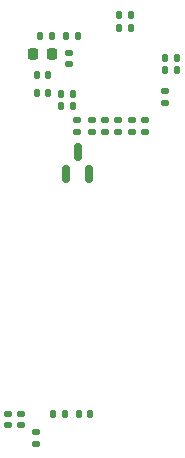
<source format=gbp>
%TF.GenerationSoftware,KiCad,Pcbnew,(6.0.6-0)*%
%TF.CreationDate,2023-01-17T18:34:31+00:00*%
%TF.ProjectId,max2871-evalboard,6d617832-3837-4312-9d65-76616c626f61,1.0*%
%TF.SameCoordinates,Original*%
%TF.FileFunction,Paste,Bot*%
%TF.FilePolarity,Positive*%
%FSLAX46Y46*%
G04 Gerber Fmt 4.6, Leading zero omitted, Abs format (unit mm)*
G04 Created by KiCad (PCBNEW (6.0.6-0)) date 2023-01-17 18:34:31*
%MOMM*%
%LPD*%
G01*
G04 APERTURE LIST*
G04 Aperture macros list*
%AMRoundRect*
0 Rectangle with rounded corners*
0 $1 Rounding radius*
0 $2 $3 $4 $5 $6 $7 $8 $9 X,Y pos of 4 corners*
0 Add a 4 corners polygon primitive as box body*
4,1,4,$2,$3,$4,$5,$6,$7,$8,$9,$2,$3,0*
0 Add four circle primitives for the rounded corners*
1,1,$1+$1,$2,$3*
1,1,$1+$1,$4,$5*
1,1,$1+$1,$6,$7*
1,1,$1+$1,$8,$9*
0 Add four rect primitives between the rounded corners*
20,1,$1+$1,$2,$3,$4,$5,0*
20,1,$1+$1,$4,$5,$6,$7,0*
20,1,$1+$1,$6,$7,$8,$9,0*
20,1,$1+$1,$8,$9,$2,$3,0*%
G04 Aperture macros list end*
%ADD10RoundRect,0.140000X-0.170000X0.140000X-0.170000X-0.140000X0.170000X-0.140000X0.170000X0.140000X0*%
%ADD11RoundRect,0.140000X0.170000X-0.140000X0.170000X0.140000X-0.170000X0.140000X-0.170000X-0.140000X0*%
%ADD12RoundRect,0.140000X0.140000X0.170000X-0.140000X0.170000X-0.140000X-0.170000X0.140000X-0.170000X0*%
%ADD13RoundRect,0.135000X0.135000X0.185000X-0.135000X0.185000X-0.135000X-0.185000X0.135000X-0.185000X0*%
%ADD14RoundRect,0.140000X-0.140000X-0.170000X0.140000X-0.170000X0.140000X0.170000X-0.140000X0.170000X0*%
%ADD15RoundRect,0.135000X-0.185000X0.135000X-0.185000X-0.135000X0.185000X-0.135000X0.185000X0.135000X0*%
%ADD16RoundRect,0.135000X-0.135000X-0.185000X0.135000X-0.185000X0.135000X0.185000X-0.135000X0.185000X0*%
%ADD17RoundRect,0.150000X0.150000X-0.587500X0.150000X0.587500X-0.150000X0.587500X-0.150000X-0.587500X0*%
%ADD18RoundRect,0.218750X-0.218750X-0.256250X0.218750X-0.256250X0.218750X0.256250X-0.218750X0.256250X0*%
%ADD19RoundRect,0.135000X0.185000X-0.135000X0.185000X0.135000X-0.185000X0.135000X-0.185000X-0.135000X0*%
G04 APERTURE END LIST*
D10*
X68224400Y-100307200D03*
X68224400Y-101267200D03*
D11*
X65836800Y-99692400D03*
X65836800Y-98732400D03*
D12*
X70634800Y-98755200D03*
X69674800Y-98755200D03*
X69517200Y-66700400D03*
X68557200Y-66700400D03*
D13*
X71325200Y-71628000D03*
X70305200Y-71628000D03*
D14*
X71808400Y-98755200D03*
X72768400Y-98755200D03*
D15*
X75184000Y-73861200D03*
X75184000Y-74881200D03*
D14*
X75262800Y-64922400D03*
X76222800Y-64922400D03*
D13*
X76252800Y-66090800D03*
X75232800Y-66090800D03*
D16*
X70762400Y-66700400D03*
X71782400Y-66700400D03*
D10*
X72948800Y-73891200D03*
X72948800Y-74851200D03*
D11*
X66954400Y-99692400D03*
X66954400Y-98732400D03*
D16*
X79144400Y-69646800D03*
X80164400Y-69646800D03*
D17*
X72679600Y-78458300D03*
X70779600Y-78458300D03*
X71729600Y-76583300D03*
D18*
X67944900Y-68224400D03*
X69519900Y-68224400D03*
D16*
X79144400Y-68580000D03*
X80164400Y-68580000D03*
D19*
X71678800Y-74881200D03*
X71678800Y-73861200D03*
D11*
X76301600Y-74851200D03*
X76301600Y-73891200D03*
D14*
X68252400Y-70002400D03*
X69212400Y-70002400D03*
D12*
X71295200Y-72694800D03*
X70335200Y-72694800D03*
D11*
X71018400Y-69110800D03*
X71018400Y-68150800D03*
D15*
X74066400Y-73861200D03*
X74066400Y-74881200D03*
D10*
X77419200Y-73891200D03*
X77419200Y-74851200D03*
D14*
X68252400Y-71526400D03*
X69212400Y-71526400D03*
D10*
X79146400Y-71427400D03*
X79146400Y-72387400D03*
M02*

</source>
